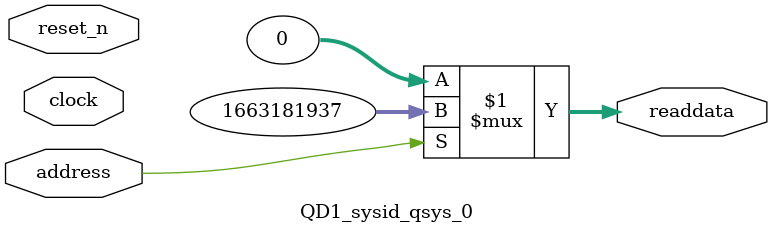
<source format=v>



// synthesis translate_off
`timescale 1ns / 1ps
// synthesis translate_on

// turn off superfluous verilog processor warnings 
// altera message_level Level1 
// altera message_off 10034 10035 10036 10037 10230 10240 10030 

module QD1_sysid_qsys_0 (
               // inputs:
                address,
                clock,
                reset_n,

               // outputs:
                readdata
             )
;

  output  [ 31: 0] readdata;
  input            address;
  input            clock;
  input            reset_n;

  wire    [ 31: 0] readdata;
  //control_slave, which is an e_avalon_slave
  assign readdata = address ? 1663181937 : 0;

endmodule




</source>
